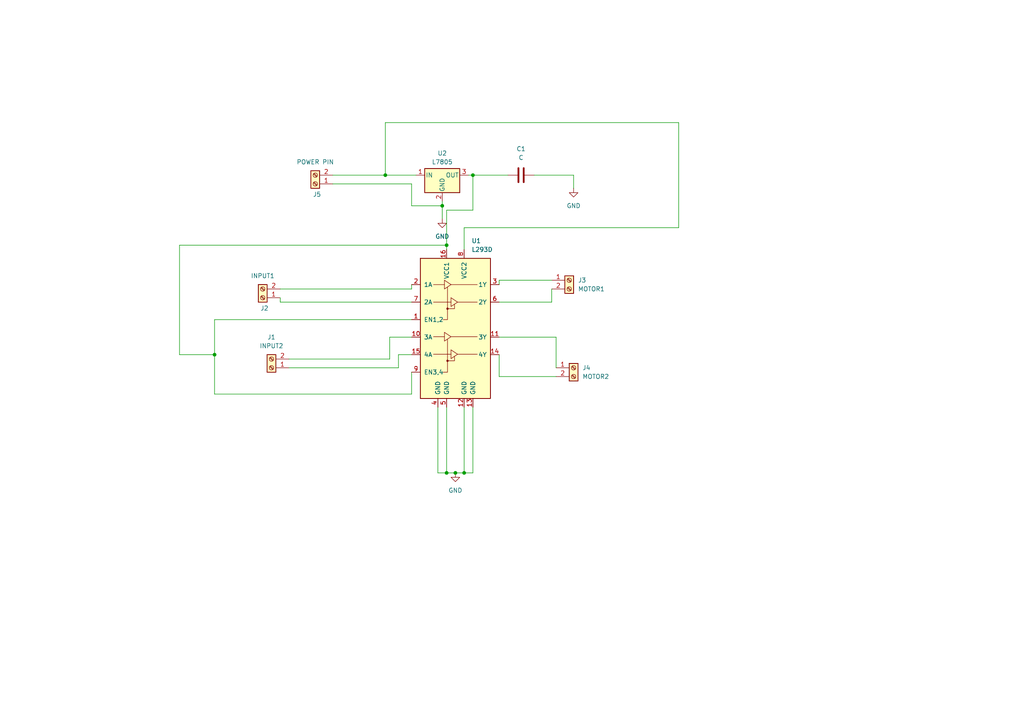
<source format=kicad_sch>
(kicad_sch
	(version 20250114)
	(generator "eeschema")
	(generator_version "9.0")
	(uuid "435937f8-9c56-4477-804b-21dbd2ee1877")
	(paper "A4")
	(lib_symbols
		(symbol "Connector:Screw_Terminal_01x02"
			(pin_names
				(offset 1.016)
				(hide yes)
			)
			(exclude_from_sim no)
			(in_bom yes)
			(on_board yes)
			(property "Reference" "J"
				(at 0 2.54 0)
				(effects
					(font
						(size 1.27 1.27)
					)
				)
			)
			(property "Value" "Screw_Terminal_01x02"
				(at 0 -5.08 0)
				(effects
					(font
						(size 1.27 1.27)
					)
				)
			)
			(property "Footprint" ""
				(at 0 0 0)
				(effects
					(font
						(size 1.27 1.27)
					)
					(hide yes)
				)
			)
			(property "Datasheet" "~"
				(at 0 0 0)
				(effects
					(font
						(size 1.27 1.27)
					)
					(hide yes)
				)
			)
			(property "Description" "Generic screw terminal, single row, 01x02, script generated (kicad-library-utils/schlib/autogen/connector/)"
				(at 0 0 0)
				(effects
					(font
						(size 1.27 1.27)
					)
					(hide yes)
				)
			)
			(property "ki_keywords" "screw terminal"
				(at 0 0 0)
				(effects
					(font
						(size 1.27 1.27)
					)
					(hide yes)
				)
			)
			(property "ki_fp_filters" "TerminalBlock*:*"
				(at 0 0 0)
				(effects
					(font
						(size 1.27 1.27)
					)
					(hide yes)
				)
			)
			(symbol "Screw_Terminal_01x02_1_1"
				(rectangle
					(start -1.27 1.27)
					(end 1.27 -3.81)
					(stroke
						(width 0.254)
						(type default)
					)
					(fill
						(type background)
					)
				)
				(polyline
					(pts
						(xy -0.5334 0.3302) (xy 0.3302 -0.508)
					)
					(stroke
						(width 0.1524)
						(type default)
					)
					(fill
						(type none)
					)
				)
				(polyline
					(pts
						(xy -0.5334 -2.2098) (xy 0.3302 -3.048)
					)
					(stroke
						(width 0.1524)
						(type default)
					)
					(fill
						(type none)
					)
				)
				(polyline
					(pts
						(xy -0.3556 0.508) (xy 0.508 -0.3302)
					)
					(stroke
						(width 0.1524)
						(type default)
					)
					(fill
						(type none)
					)
				)
				(polyline
					(pts
						(xy -0.3556 -2.032) (xy 0.508 -2.8702)
					)
					(stroke
						(width 0.1524)
						(type default)
					)
					(fill
						(type none)
					)
				)
				(circle
					(center 0 0)
					(radius 0.635)
					(stroke
						(width 0.1524)
						(type default)
					)
					(fill
						(type none)
					)
				)
				(circle
					(center 0 -2.54)
					(radius 0.635)
					(stroke
						(width 0.1524)
						(type default)
					)
					(fill
						(type none)
					)
				)
				(pin passive line
					(at -5.08 0 0)
					(length 3.81)
					(name "Pin_1"
						(effects
							(font
								(size 1.27 1.27)
							)
						)
					)
					(number "1"
						(effects
							(font
								(size 1.27 1.27)
							)
						)
					)
				)
				(pin passive line
					(at -5.08 -2.54 0)
					(length 3.81)
					(name "Pin_2"
						(effects
							(font
								(size 1.27 1.27)
							)
						)
					)
					(number "2"
						(effects
							(font
								(size 1.27 1.27)
							)
						)
					)
				)
			)
			(embedded_fonts no)
		)
		(symbol "Device:C"
			(pin_numbers
				(hide yes)
			)
			(pin_names
				(offset 0.254)
			)
			(exclude_from_sim no)
			(in_bom yes)
			(on_board yes)
			(property "Reference" "C"
				(at 0.635 2.54 0)
				(effects
					(font
						(size 1.27 1.27)
					)
					(justify left)
				)
			)
			(property "Value" "C"
				(at 0.635 -2.54 0)
				(effects
					(font
						(size 1.27 1.27)
					)
					(justify left)
				)
			)
			(property "Footprint" ""
				(at 0.9652 -3.81 0)
				(effects
					(font
						(size 1.27 1.27)
					)
					(hide yes)
				)
			)
			(property "Datasheet" "~"
				(at 0 0 0)
				(effects
					(font
						(size 1.27 1.27)
					)
					(hide yes)
				)
			)
			(property "Description" "Unpolarized capacitor"
				(at 0 0 0)
				(effects
					(font
						(size 1.27 1.27)
					)
					(hide yes)
				)
			)
			(property "ki_keywords" "cap capacitor"
				(at 0 0 0)
				(effects
					(font
						(size 1.27 1.27)
					)
					(hide yes)
				)
			)
			(property "ki_fp_filters" "C_*"
				(at 0 0 0)
				(effects
					(font
						(size 1.27 1.27)
					)
					(hide yes)
				)
			)
			(symbol "C_0_1"
				(polyline
					(pts
						(xy -2.032 0.762) (xy 2.032 0.762)
					)
					(stroke
						(width 0.508)
						(type default)
					)
					(fill
						(type none)
					)
				)
				(polyline
					(pts
						(xy -2.032 -0.762) (xy 2.032 -0.762)
					)
					(stroke
						(width 0.508)
						(type default)
					)
					(fill
						(type none)
					)
				)
			)
			(symbol "C_1_1"
				(pin passive line
					(at 0 3.81 270)
					(length 2.794)
					(name "~"
						(effects
							(font
								(size 1.27 1.27)
							)
						)
					)
					(number "1"
						(effects
							(font
								(size 1.27 1.27)
							)
						)
					)
				)
				(pin passive line
					(at 0 -3.81 90)
					(length 2.794)
					(name "~"
						(effects
							(font
								(size 1.27 1.27)
							)
						)
					)
					(number "2"
						(effects
							(font
								(size 1.27 1.27)
							)
						)
					)
				)
			)
			(embedded_fonts no)
		)
		(symbol "Driver_Motor:L293D"
			(pin_names
				(offset 1.016)
			)
			(exclude_from_sim no)
			(in_bom yes)
			(on_board yes)
			(property "Reference" "U"
				(at -5.08 26.035 0)
				(effects
					(font
						(size 1.27 1.27)
					)
					(justify right)
				)
			)
			(property "Value" "L293D"
				(at -5.08 24.13 0)
				(effects
					(font
						(size 1.27 1.27)
					)
					(justify right)
				)
			)
			(property "Footprint" "Package_DIP:DIP-16_W7.62mm"
				(at 6.35 -19.05 0)
				(effects
					(font
						(size 1.27 1.27)
					)
					(justify left)
					(hide yes)
				)
			)
			(property "Datasheet" "http://www.ti.com/lit/ds/symlink/l293.pdf"
				(at -7.62 17.78 0)
				(effects
					(font
						(size 1.27 1.27)
					)
					(hide yes)
				)
			)
			(property "Description" "Quadruple Half-H Drivers"
				(at 0 0 0)
				(effects
					(font
						(size 1.27 1.27)
					)
					(hide yes)
				)
			)
			(property "ki_keywords" "Half-H Driver Motor"
				(at 0 0 0)
				(effects
					(font
						(size 1.27 1.27)
					)
					(hide yes)
				)
			)
			(property "ki_fp_filters" "DIP*W7.62mm*"
				(at 0 0 0)
				(effects
					(font
						(size 1.27 1.27)
					)
					(hide yes)
				)
			)
			(symbol "L293D_0_1"
				(rectangle
					(start -10.16 22.86)
					(end 10.16 -17.78)
					(stroke
						(width 0.254)
						(type default)
					)
					(fill
						(type background)
					)
				)
				(polyline
					(pts
						(xy -6.35 15.24) (xy -3.175 15.24)
					)
					(stroke
						(width 0)
						(type default)
					)
					(fill
						(type none)
					)
				)
				(polyline
					(pts
						(xy -6.35 10.16) (xy -1.27 10.16)
					)
					(stroke
						(width 0)
						(type default)
					)
					(fill
						(type none)
					)
				)
				(polyline
					(pts
						(xy -6.35 0.127) (xy -3.175 0.127)
					)
					(stroke
						(width 0)
						(type default)
					)
					(fill
						(type none)
					)
				)
				(polyline
					(pts
						(xy -6.35 -4.953) (xy -1.27 -4.953)
					)
					(stroke
						(width 0)
						(type default)
					)
					(fill
						(type none)
					)
				)
				(polyline
					(pts
						(xy -3.175 16.51) (xy -3.175 13.97) (xy -1.27 15.24) (xy -3.175 16.51)
					)
					(stroke
						(width 0)
						(type default)
					)
					(fill
						(type none)
					)
				)
				(polyline
					(pts
						(xy -3.175 1.397) (xy -3.175 -1.143) (xy -1.27 0.127) (xy -3.175 1.397)
					)
					(stroke
						(width 0)
						(type default)
					)
					(fill
						(type none)
					)
				)
				(polyline
					(pts
						(xy -2.286 14.478) (xy -2.286 5.08) (xy -3.556 5.08)
					)
					(stroke
						(width 0)
						(type default)
					)
					(fill
						(type none)
					)
				)
				(circle
					(center -2.286 8.255)
					(radius 0.254)
					(stroke
						(width 0)
						(type default)
					)
					(fill
						(type outline)
					)
				)
				(polyline
					(pts
						(xy -2.286 8.255) (xy -0.254 8.255) (xy -0.254 9.525)
					)
					(stroke
						(width 0)
						(type default)
					)
					(fill
						(type none)
					)
				)
				(polyline
					(pts
						(xy -2.286 -0.635) (xy -2.286 -10.16) (xy -3.556 -10.16)
					)
					(stroke
						(width 0)
						(type default)
					)
					(fill
						(type none)
					)
				)
				(circle
					(center -2.286 -6.858)
					(radius 0.254)
					(stroke
						(width 0)
						(type default)
					)
					(fill
						(type outline)
					)
				)
				(polyline
					(pts
						(xy -2.286 -6.858) (xy -0.254 -6.858) (xy -0.254 -5.588)
					)
					(stroke
						(width 0)
						(type default)
					)
					(fill
						(type none)
					)
				)
				(polyline
					(pts
						(xy -1.27 15.24) (xy 6.35 15.24)
					)
					(stroke
						(width 0)
						(type default)
					)
					(fill
						(type none)
					)
				)
				(polyline
					(pts
						(xy -1.27 11.43) (xy -1.27 8.89) (xy 0.635 10.16) (xy -1.27 11.43)
					)
					(stroke
						(width 0)
						(type default)
					)
					(fill
						(type none)
					)
				)
				(polyline
					(pts
						(xy -1.27 0.127) (xy 6.35 0.127)
					)
					(stroke
						(width 0)
						(type default)
					)
					(fill
						(type none)
					)
				)
				(polyline
					(pts
						(xy -1.27 -3.683) (xy -1.27 -6.223) (xy 0.635 -4.953) (xy -1.27 -3.683)
					)
					(stroke
						(width 0)
						(type default)
					)
					(fill
						(type none)
					)
				)
				(polyline
					(pts
						(xy 0.635 10.16) (xy 6.35 10.16)
					)
					(stroke
						(width 0)
						(type default)
					)
					(fill
						(type none)
					)
				)
				(polyline
					(pts
						(xy 0.635 -4.953) (xy 6.35 -4.953)
					)
					(stroke
						(width 0)
						(type default)
					)
					(fill
						(type none)
					)
				)
			)
			(symbol "L293D_1_1"
				(pin input line
					(at -12.7 15.24 0)
					(length 2.54)
					(name "1A"
						(effects
							(font
								(size 1.27 1.27)
							)
						)
					)
					(number "2"
						(effects
							(font
								(size 1.27 1.27)
							)
						)
					)
				)
				(pin input line
					(at -12.7 10.16 0)
					(length 2.54)
					(name "2A"
						(effects
							(font
								(size 1.27 1.27)
							)
						)
					)
					(number "7"
						(effects
							(font
								(size 1.27 1.27)
							)
						)
					)
				)
				(pin input line
					(at -12.7 5.08 0)
					(length 2.54)
					(name "EN1,2"
						(effects
							(font
								(size 1.27 1.27)
							)
						)
					)
					(number "1"
						(effects
							(font
								(size 1.27 1.27)
							)
						)
					)
				)
				(pin input line
					(at -12.7 0 0)
					(length 2.54)
					(name "3A"
						(effects
							(font
								(size 1.27 1.27)
							)
						)
					)
					(number "10"
						(effects
							(font
								(size 1.27 1.27)
							)
						)
					)
				)
				(pin input line
					(at -12.7 -5.08 0)
					(length 2.54)
					(name "4A"
						(effects
							(font
								(size 1.27 1.27)
							)
						)
					)
					(number "15"
						(effects
							(font
								(size 1.27 1.27)
							)
						)
					)
				)
				(pin input line
					(at -12.7 -10.16 0)
					(length 2.54)
					(name "EN3,4"
						(effects
							(font
								(size 1.27 1.27)
							)
						)
					)
					(number "9"
						(effects
							(font
								(size 1.27 1.27)
							)
						)
					)
				)
				(pin power_in line
					(at -5.08 -20.32 90)
					(length 2.54)
					(name "GND"
						(effects
							(font
								(size 1.27 1.27)
							)
						)
					)
					(number "4"
						(effects
							(font
								(size 1.27 1.27)
							)
						)
					)
				)
				(pin power_in line
					(at -2.54 25.4 270)
					(length 2.54)
					(name "VCC1"
						(effects
							(font
								(size 1.27 1.27)
							)
						)
					)
					(number "16"
						(effects
							(font
								(size 1.27 1.27)
							)
						)
					)
				)
				(pin power_in line
					(at -2.54 -20.32 90)
					(length 2.54)
					(name "GND"
						(effects
							(font
								(size 1.27 1.27)
							)
						)
					)
					(number "5"
						(effects
							(font
								(size 1.27 1.27)
							)
						)
					)
				)
				(pin power_in line
					(at 2.54 25.4 270)
					(length 2.54)
					(name "VCC2"
						(effects
							(font
								(size 1.27 1.27)
							)
						)
					)
					(number "8"
						(effects
							(font
								(size 1.27 1.27)
							)
						)
					)
				)
				(pin power_in line
					(at 2.54 -20.32 90)
					(length 2.54)
					(name "GND"
						(effects
							(font
								(size 1.27 1.27)
							)
						)
					)
					(number "12"
						(effects
							(font
								(size 1.27 1.27)
							)
						)
					)
				)
				(pin power_in line
					(at 5.08 -20.32 90)
					(length 2.54)
					(name "GND"
						(effects
							(font
								(size 1.27 1.27)
							)
						)
					)
					(number "13"
						(effects
							(font
								(size 1.27 1.27)
							)
						)
					)
				)
				(pin output line
					(at 12.7 15.24 180)
					(length 2.54)
					(name "1Y"
						(effects
							(font
								(size 1.27 1.27)
							)
						)
					)
					(number "3"
						(effects
							(font
								(size 1.27 1.27)
							)
						)
					)
				)
				(pin output line
					(at 12.7 10.16 180)
					(length 2.54)
					(name "2Y"
						(effects
							(font
								(size 1.27 1.27)
							)
						)
					)
					(number "6"
						(effects
							(font
								(size 1.27 1.27)
							)
						)
					)
				)
				(pin output line
					(at 12.7 0 180)
					(length 2.54)
					(name "3Y"
						(effects
							(font
								(size 1.27 1.27)
							)
						)
					)
					(number "11"
						(effects
							(font
								(size 1.27 1.27)
							)
						)
					)
				)
				(pin output line
					(at 12.7 -5.08 180)
					(length 2.54)
					(name "4Y"
						(effects
							(font
								(size 1.27 1.27)
							)
						)
					)
					(number "14"
						(effects
							(font
								(size 1.27 1.27)
							)
						)
					)
				)
			)
			(embedded_fonts no)
		)
		(symbol "Regulator_Linear:L7805"
			(pin_names
				(offset 0.254)
			)
			(exclude_from_sim no)
			(in_bom yes)
			(on_board yes)
			(property "Reference" "U"
				(at -3.81 3.175 0)
				(effects
					(font
						(size 1.27 1.27)
					)
				)
			)
			(property "Value" "L7805"
				(at 0 3.175 0)
				(effects
					(font
						(size 1.27 1.27)
					)
					(justify left)
				)
			)
			(property "Footprint" ""
				(at 0.635 -3.81 0)
				(effects
					(font
						(size 1.27 1.27)
						(italic yes)
					)
					(justify left)
					(hide yes)
				)
			)
			(property "Datasheet" "http://www.st.com/content/ccc/resource/technical/document/datasheet/41/4f/b3/b0/12/d4/47/88/CD00000444.pdf/files/CD00000444.pdf/jcr:content/translations/en.CD00000444.pdf"
				(at 0 -1.27 0)
				(effects
					(font
						(size 1.27 1.27)
					)
					(hide yes)
				)
			)
			(property "Description" "Positive 1.5A 35V Linear Regulator, Fixed Output 5V, TO-220/TO-263/TO-252"
				(at 0 0 0)
				(effects
					(font
						(size 1.27 1.27)
					)
					(hide yes)
				)
			)
			(property "ki_keywords" "Voltage Regulator 1.5A Positive"
				(at 0 0 0)
				(effects
					(font
						(size 1.27 1.27)
					)
					(hide yes)
				)
			)
			(property "ki_fp_filters" "TO?252* TO?263* TO?220*"
				(at 0 0 0)
				(effects
					(font
						(size 1.27 1.27)
					)
					(hide yes)
				)
			)
			(symbol "L7805_0_1"
				(rectangle
					(start -5.08 1.905)
					(end 5.08 -5.08)
					(stroke
						(width 0.254)
						(type default)
					)
					(fill
						(type background)
					)
				)
			)
			(symbol "L7805_1_1"
				(pin power_in line
					(at -7.62 0 0)
					(length 2.54)
					(name "IN"
						(effects
							(font
								(size 1.27 1.27)
							)
						)
					)
					(number "1"
						(effects
							(font
								(size 1.27 1.27)
							)
						)
					)
				)
				(pin power_in line
					(at 0 -7.62 90)
					(length 2.54)
					(name "GND"
						(effects
							(font
								(size 1.27 1.27)
							)
						)
					)
					(number "2"
						(effects
							(font
								(size 1.27 1.27)
							)
						)
					)
				)
				(pin power_out line
					(at 7.62 0 180)
					(length 2.54)
					(name "OUT"
						(effects
							(font
								(size 1.27 1.27)
							)
						)
					)
					(number "3"
						(effects
							(font
								(size 1.27 1.27)
							)
						)
					)
				)
			)
			(embedded_fonts no)
		)
		(symbol "power:GND"
			(power)
			(pin_numbers
				(hide yes)
			)
			(pin_names
				(offset 0)
				(hide yes)
			)
			(exclude_from_sim no)
			(in_bom yes)
			(on_board yes)
			(property "Reference" "#PWR"
				(at 0 -6.35 0)
				(effects
					(font
						(size 1.27 1.27)
					)
					(hide yes)
				)
			)
			(property "Value" "GND"
				(at 0 -3.81 0)
				(effects
					(font
						(size 1.27 1.27)
					)
				)
			)
			(property "Footprint" ""
				(at 0 0 0)
				(effects
					(font
						(size 1.27 1.27)
					)
					(hide yes)
				)
			)
			(property "Datasheet" ""
				(at 0 0 0)
				(effects
					(font
						(size 1.27 1.27)
					)
					(hide yes)
				)
			)
			(property "Description" "Power symbol creates a global label with name \"GND\" , ground"
				(at 0 0 0)
				(effects
					(font
						(size 1.27 1.27)
					)
					(hide yes)
				)
			)
			(property "ki_keywords" "global power"
				(at 0 0 0)
				(effects
					(font
						(size 1.27 1.27)
					)
					(hide yes)
				)
			)
			(symbol "GND_0_1"
				(polyline
					(pts
						(xy 0 0) (xy 0 -1.27) (xy 1.27 -1.27) (xy 0 -2.54) (xy -1.27 -1.27) (xy 0 -1.27)
					)
					(stroke
						(width 0)
						(type default)
					)
					(fill
						(type none)
					)
				)
			)
			(symbol "GND_1_1"
				(pin power_in line
					(at 0 0 270)
					(length 0)
					(name "~"
						(effects
							(font
								(size 1.27 1.27)
							)
						)
					)
					(number "1"
						(effects
							(font
								(size 1.27 1.27)
							)
						)
					)
				)
			)
			(embedded_fonts no)
		)
	)
	(junction
		(at 62.23 102.87)
		(diameter 0)
		(color 0 0 0 0)
		(uuid "00987bec-a311-409a-85d7-e935698874d4")
	)
	(junction
		(at 111.76 50.8)
		(diameter 0)
		(color 0 0 0 0)
		(uuid "2ea17d7e-9602-4195-bae9-b134541c5cea")
	)
	(junction
		(at 132.08 137.16)
		(diameter 0)
		(color 0 0 0 0)
		(uuid "4d663873-0127-4d76-885f-4d67ecea6f7b")
	)
	(junction
		(at 129.54 71.12)
		(diameter 0)
		(color 0 0 0 0)
		(uuid "6af28e68-af47-4974-b004-e1bcd736f779")
	)
	(junction
		(at 134.62 137.16)
		(diameter 0)
		(color 0 0 0 0)
		(uuid "812cb271-0975-4f80-b791-28af13bfa8f2")
	)
	(junction
		(at 137.16 50.8)
		(diameter 0)
		(color 0 0 0 0)
		(uuid "bbd81151-ac71-43aa-a4b5-8c8ef7433b43")
	)
	(junction
		(at 128.27 59.69)
		(diameter 0)
		(color 0 0 0 0)
		(uuid "ee4f7586-e682-4b87-bc98-0978288cb5c1")
	)
	(junction
		(at 129.54 137.16)
		(diameter 0)
		(color 0 0 0 0)
		(uuid "fec00548-e39b-4a88-a1ca-0bafc176a133")
	)
	(wire
		(pts
			(xy 144.78 109.22) (xy 144.78 102.87)
		)
		(stroke
			(width 0)
			(type default)
		)
		(uuid "063472be-213b-4cde-bdaf-9cd80369df66")
	)
	(wire
		(pts
			(xy 119.38 87.63) (xy 81.28 87.63)
		)
		(stroke
			(width 0)
			(type default)
		)
		(uuid "0a6ed966-dfe6-4758-a6ec-af836caa500d")
	)
	(wire
		(pts
			(xy 135.89 50.8) (xy 137.16 50.8)
		)
		(stroke
			(width 0)
			(type default)
		)
		(uuid "0b364582-9468-4a09-a458-0ac8fba52ee3")
	)
	(wire
		(pts
			(xy 137.16 50.8) (xy 147.32 50.8)
		)
		(stroke
			(width 0)
			(type default)
		)
		(uuid "126cfb6c-5502-4c0b-9497-52fdb4a779e6")
	)
	(wire
		(pts
			(xy 137.16 60.96) (xy 129.54 60.96)
		)
		(stroke
			(width 0)
			(type default)
		)
		(uuid "12d91e58-e185-434d-b05b-14836c2e3acc")
	)
	(wire
		(pts
			(xy 160.02 81.28) (xy 144.78 81.28)
		)
		(stroke
			(width 0)
			(type default)
		)
		(uuid "18d60fa2-cbac-4083-8aa4-a8d8294dd97d")
	)
	(wire
		(pts
			(xy 96.52 53.34) (xy 119.38 53.34)
		)
		(stroke
			(width 0)
			(type default)
		)
		(uuid "1bfd0d00-65e9-410e-816b-6b69cc8066a4")
	)
	(wire
		(pts
			(xy 166.37 50.8) (xy 166.37 54.61)
		)
		(stroke
			(width 0)
			(type default)
		)
		(uuid "207db487-85a6-45a5-93ae-c169e8bc4480")
	)
	(wire
		(pts
			(xy 113.03 97.79) (xy 119.38 97.79)
		)
		(stroke
			(width 0)
			(type default)
		)
		(uuid "22ee3c15-e7a5-49a5-9ad6-2c1082281a1b")
	)
	(wire
		(pts
			(xy 129.54 118.11) (xy 129.54 137.16)
		)
		(stroke
			(width 0)
			(type default)
		)
		(uuid "2a15379a-348d-4250-b39c-d15eb9a00c4f")
	)
	(wire
		(pts
			(xy 137.16 50.8) (xy 137.16 60.96)
		)
		(stroke
			(width 0)
			(type default)
		)
		(uuid "2a1947fc-6f43-4bc7-84d0-4f3b3a5fdbbc")
	)
	(wire
		(pts
			(xy 132.08 137.16) (xy 134.62 137.16)
		)
		(stroke
			(width 0)
			(type default)
		)
		(uuid "2ac18e6c-29c3-48a1-b674-74a9b37e5f56")
	)
	(wire
		(pts
			(xy 196.85 35.56) (xy 196.85 66.04)
		)
		(stroke
			(width 0)
			(type default)
		)
		(uuid "2e95d340-d731-4c93-8af8-60a2980280d8")
	)
	(wire
		(pts
			(xy 83.82 104.14) (xy 113.03 104.14)
		)
		(stroke
			(width 0)
			(type default)
		)
		(uuid "32de240b-4b1f-4966-97f6-51292d3f1cf1")
	)
	(wire
		(pts
			(xy 111.76 50.8) (xy 111.76 35.56)
		)
		(stroke
			(width 0)
			(type default)
		)
		(uuid "330539e9-72a8-4a08-a0c1-c9f173bfa797")
	)
	(wire
		(pts
			(xy 52.07 102.87) (xy 52.07 71.12)
		)
		(stroke
			(width 0)
			(type default)
		)
		(uuid "3773ffcf-ce32-40fe-819e-c0bbfcbd966d")
	)
	(wire
		(pts
			(xy 113.03 104.14) (xy 113.03 97.79)
		)
		(stroke
			(width 0)
			(type default)
		)
		(uuid "37aeb1e4-bf90-4c61-b1bf-65b8747061bd")
	)
	(wire
		(pts
			(xy 119.38 59.69) (xy 128.27 59.69)
		)
		(stroke
			(width 0)
			(type default)
		)
		(uuid "39fd1794-647f-4d61-968b-3952378327a6")
	)
	(wire
		(pts
			(xy 154.94 50.8) (xy 166.37 50.8)
		)
		(stroke
			(width 0)
			(type default)
		)
		(uuid "490e7e99-0ca2-4217-a8b4-6623a072fe66")
	)
	(wire
		(pts
			(xy 119.38 83.82) (xy 119.38 82.55)
		)
		(stroke
			(width 0)
			(type default)
		)
		(uuid "4dfde141-33b3-4774-9150-3c48b8d92889")
	)
	(wire
		(pts
			(xy 128.27 59.69) (xy 128.27 63.5)
		)
		(stroke
			(width 0)
			(type default)
		)
		(uuid "56a56131-1490-482f-9c7e-344a083b6e04")
	)
	(wire
		(pts
			(xy 134.62 66.04) (xy 134.62 72.39)
		)
		(stroke
			(width 0)
			(type default)
		)
		(uuid "5efaa0aa-4e8f-42ca-a3ad-3c6c4876373b")
	)
	(wire
		(pts
			(xy 127 118.11) (xy 127 137.16)
		)
		(stroke
			(width 0)
			(type default)
		)
		(uuid "681b6836-b37e-44d9-abdd-2edd763b9ad5")
	)
	(wire
		(pts
			(xy 160.02 87.63) (xy 144.78 87.63)
		)
		(stroke
			(width 0)
			(type default)
		)
		(uuid "6ec972f9-005f-40db-814e-243a5dad3291")
	)
	(wire
		(pts
			(xy 137.16 137.16) (xy 137.16 118.11)
		)
		(stroke
			(width 0)
			(type default)
		)
		(uuid "70809586-1168-43cf-8076-ead10d2ff5ee")
	)
	(wire
		(pts
			(xy 129.54 137.16) (xy 132.08 137.16)
		)
		(stroke
			(width 0)
			(type default)
		)
		(uuid "73c6d47a-7a12-4e76-a56c-e6ce70af9497")
	)
	(wire
		(pts
			(xy 134.62 137.16) (xy 137.16 137.16)
		)
		(stroke
			(width 0)
			(type default)
		)
		(uuid "7a2b0c60-eeaa-4f37-a5b2-48a582da512f")
	)
	(wire
		(pts
			(xy 62.23 114.3) (xy 119.38 114.3)
		)
		(stroke
			(width 0)
			(type default)
		)
		(uuid "7a98282f-9111-423b-a5b6-d87d9f029b13")
	)
	(wire
		(pts
			(xy 129.54 71.12) (xy 129.54 72.39)
		)
		(stroke
			(width 0)
			(type default)
		)
		(uuid "7ba317d9-2cfa-447b-84f0-25d131c8d7d5")
	)
	(wire
		(pts
			(xy 161.29 109.22) (xy 144.78 109.22)
		)
		(stroke
			(width 0)
			(type default)
		)
		(uuid "7d8ff944-c384-4e9d-8fa2-6247d0c4fbe0")
	)
	(wire
		(pts
			(xy 119.38 107.95) (xy 119.38 114.3)
		)
		(stroke
			(width 0)
			(type default)
		)
		(uuid "8342eaa9-f823-4b4e-a961-225553980946")
	)
	(wire
		(pts
			(xy 111.76 50.8) (xy 120.65 50.8)
		)
		(stroke
			(width 0)
			(type default)
		)
		(uuid "8eb8c5e3-a5f9-4489-99ef-ea3977d2f733")
	)
	(wire
		(pts
			(xy 115.57 106.68) (xy 115.57 102.87)
		)
		(stroke
			(width 0)
			(type default)
		)
		(uuid "9646780c-70f4-4b13-ab8c-e0a502a34a17")
	)
	(wire
		(pts
			(xy 127 137.16) (xy 129.54 137.16)
		)
		(stroke
			(width 0)
			(type default)
		)
		(uuid "98f461a0-a3d7-4b63-86a8-ff96797eb4f4")
	)
	(wire
		(pts
			(xy 62.23 102.87) (xy 52.07 102.87)
		)
		(stroke
			(width 0)
			(type default)
		)
		(uuid "9a23e25c-4f1e-49c3-954e-47aba5b755ef")
	)
	(wire
		(pts
			(xy 144.78 81.28) (xy 144.78 82.55)
		)
		(stroke
			(width 0)
			(type default)
		)
		(uuid "9c065bc9-83bd-4e28-9861-8cba95d8e632")
	)
	(wire
		(pts
			(xy 134.62 118.11) (xy 134.62 137.16)
		)
		(stroke
			(width 0)
			(type default)
		)
		(uuid "a004e7b5-2b95-4eb0-ade3-877d9a166dcb")
	)
	(wire
		(pts
			(xy 161.29 106.68) (xy 161.29 97.79)
		)
		(stroke
			(width 0)
			(type default)
		)
		(uuid "a5388025-200b-4987-ad66-2a437afb6923")
	)
	(wire
		(pts
			(xy 111.76 35.56) (xy 196.85 35.56)
		)
		(stroke
			(width 0)
			(type default)
		)
		(uuid "a5947507-4256-4f82-8492-afc232e73e67")
	)
	(wire
		(pts
			(xy 119.38 92.71) (xy 62.23 92.71)
		)
		(stroke
			(width 0)
			(type default)
		)
		(uuid "a7c66d8f-c580-4c35-a4bf-41bf0bf51872")
	)
	(wire
		(pts
			(xy 96.52 50.8) (xy 111.76 50.8)
		)
		(stroke
			(width 0)
			(type default)
		)
		(uuid "ae47b1ec-98ae-48e5-8cb0-173806b4c82c")
	)
	(wire
		(pts
			(xy 129.54 60.96) (xy 129.54 71.12)
		)
		(stroke
			(width 0)
			(type default)
		)
		(uuid "af4504ce-fc6d-4b95-988e-3a04d02e665b")
	)
	(wire
		(pts
			(xy 161.29 97.79) (xy 144.78 97.79)
		)
		(stroke
			(width 0)
			(type default)
		)
		(uuid "b4e0de7d-1095-41db-9e0f-c1f160e8c739")
	)
	(wire
		(pts
			(xy 62.23 92.71) (xy 62.23 102.87)
		)
		(stroke
			(width 0)
			(type default)
		)
		(uuid "b76a9a95-9408-4001-9efe-888f17ce2738")
	)
	(wire
		(pts
			(xy 83.82 106.68) (xy 115.57 106.68)
		)
		(stroke
			(width 0)
			(type default)
		)
		(uuid "ba5f23eb-c0bc-447e-a4ed-b504487a06bf")
	)
	(wire
		(pts
			(xy 115.57 102.87) (xy 119.38 102.87)
		)
		(stroke
			(width 0)
			(type default)
		)
		(uuid "c0fe8b1d-f2a3-4774-b42b-bf0d5eb6eae1")
	)
	(wire
		(pts
			(xy 62.23 102.87) (xy 62.23 114.3)
		)
		(stroke
			(width 0)
			(type default)
		)
		(uuid "cc517ebd-196c-400d-9f70-8fb63f5dc497")
	)
	(wire
		(pts
			(xy 81.28 87.63) (xy 81.28 86.36)
		)
		(stroke
			(width 0)
			(type default)
		)
		(uuid "d82adad8-b060-4167-87bf-cb2e5a411d2e")
	)
	(wire
		(pts
			(xy 160.02 83.82) (xy 160.02 87.63)
		)
		(stroke
			(width 0)
			(type default)
		)
		(uuid "da76b207-bfff-4b56-84dc-6e32d9cee774")
	)
	(wire
		(pts
			(xy 119.38 53.34) (xy 119.38 59.69)
		)
		(stroke
			(width 0)
			(type default)
		)
		(uuid "dbb629a9-0241-481a-b668-070b892d9fbd")
	)
	(wire
		(pts
			(xy 128.27 58.42) (xy 128.27 59.69)
		)
		(stroke
			(width 0)
			(type default)
		)
		(uuid "e01eabc2-d954-4d01-840c-486f5cff6da1")
	)
	(wire
		(pts
			(xy 81.28 83.82) (xy 119.38 83.82)
		)
		(stroke
			(width 0)
			(type default)
		)
		(uuid "e2ee3dc3-c6e6-4513-a7cd-412c15e3646a")
	)
	(wire
		(pts
			(xy 196.85 66.04) (xy 134.62 66.04)
		)
		(stroke
			(width 0)
			(type default)
		)
		(uuid "e30807ad-5bfc-408e-b9d7-2829f3762968")
	)
	(wire
		(pts
			(xy 52.07 71.12) (xy 129.54 71.12)
		)
		(stroke
			(width 0)
			(type default)
		)
		(uuid "ec75f0bd-b772-4ac1-9eec-ba12410658a0")
	)
	(symbol
		(lib_id "power:GND")
		(at 166.37 54.61 0)
		(unit 1)
		(exclude_from_sim no)
		(in_bom yes)
		(on_board yes)
		(dnp no)
		(fields_autoplaced yes)
		(uuid "3747e598-b5d9-49ea-b675-f1ed7b4a245f")
		(property "Reference" "#PWR02"
			(at 166.37 60.96 0)
			(effects
				(font
					(size 1.27 1.27)
				)
				(hide yes)
			)
		)
		(property "Value" "GND"
			(at 166.37 59.69 0)
			(effects
				(font
					(size 1.27 1.27)
				)
			)
		)
		(property "Footprint" ""
			(at 166.37 54.61 0)
			(effects
				(font
					(size 1.27 1.27)
				)
				(hide yes)
			)
		)
		(property "Datasheet" ""
			(at 166.37 54.61 0)
			(effects
				(font
					(size 1.27 1.27)
				)
				(hide yes)
			)
		)
		(property "Description" "Power symbol creates a global label with name \"GND\" , ground"
			(at 166.37 54.61 0)
			(effects
				(font
					(size 1.27 1.27)
				)
				(hide yes)
			)
		)
		(pin "1"
			(uuid "56940912-9707-4d44-97d2-76a27ce01fab")
		)
		(instances
			(project "motor drive"
				(path "/435937f8-9c56-4477-804b-21dbd2ee1877"
					(reference "#PWR02")
					(unit 1)
				)
			)
		)
	)
	(symbol
		(lib_id "Regulator_Linear:L7805")
		(at 128.27 50.8 0)
		(unit 1)
		(exclude_from_sim no)
		(in_bom yes)
		(on_board yes)
		(dnp no)
		(fields_autoplaced yes)
		(uuid "403e74d7-9c36-474a-9fdc-a87f63225394")
		(property "Reference" "U2"
			(at 128.27 44.45 0)
			(effects
				(font
					(size 1.27 1.27)
				)
			)
		)
		(property "Value" "L7805"
			(at 128.27 46.99 0)
			(effects
				(font
					(size 1.27 1.27)
				)
			)
		)
		(property "Footprint" "Package_TO_SOT_THT:TO-220-3_Vertical"
			(at 128.905 54.61 0)
			(effects
				(font
					(size 1.27 1.27)
					(italic yes)
				)
				(justify left)
				(hide yes)
			)
		)
		(property "Datasheet" "http://www.st.com/content/ccc/resource/technical/document/datasheet/41/4f/b3/b0/12/d4/47/88/CD00000444.pdf/files/CD00000444.pdf/jcr:content/translations/en.CD00000444.pdf"
			(at 128.27 52.07 0)
			(effects
				(font
					(size 1.27 1.27)
				)
				(hide yes)
			)
		)
		(property "Description" "Positive 1.5A 35V Linear Regulator, Fixed Output 5V, TO-220/TO-263/TO-252"
			(at 128.27 50.8 0)
			(effects
				(font
					(size 1.27 1.27)
				)
				(hide yes)
			)
		)
		(pin "2"
			(uuid "00153990-a6d4-4889-8534-2f0849edb005")
		)
		(pin "1"
			(uuid "493aa9d1-72a9-40bf-814a-b53c640aca1d")
		)
		(pin "3"
			(uuid "b55212b5-c2f2-43ec-a0db-3da0450c3ecc")
		)
		(instances
			(project ""
				(path "/435937f8-9c56-4477-804b-21dbd2ee1877"
					(reference "U2")
					(unit 1)
				)
			)
		)
	)
	(symbol
		(lib_id "power:GND")
		(at 128.27 63.5 0)
		(unit 1)
		(exclude_from_sim no)
		(in_bom yes)
		(on_board yes)
		(dnp no)
		(fields_autoplaced yes)
		(uuid "4cce0a52-24fc-4e6e-8051-728cd58abcab")
		(property "Reference" "#PWR03"
			(at 128.27 69.85 0)
			(effects
				(font
					(size 1.27 1.27)
				)
				(hide yes)
			)
		)
		(property "Value" "GND"
			(at 128.27 68.58 0)
			(effects
				(font
					(size 1.27 1.27)
				)
			)
		)
		(property "Footprint" ""
			(at 128.27 63.5 0)
			(effects
				(font
					(size 1.27 1.27)
				)
				(hide yes)
			)
		)
		(property "Datasheet" ""
			(at 128.27 63.5 0)
			(effects
				(font
					(size 1.27 1.27)
				)
				(hide yes)
			)
		)
		(property "Description" "Power symbol creates a global label with name \"GND\" , ground"
			(at 128.27 63.5 0)
			(effects
				(font
					(size 1.27 1.27)
				)
				(hide yes)
			)
		)
		(pin "1"
			(uuid "0b44928b-04d7-45b3-8314-c3db7b28c2d8")
		)
		(instances
			(project "motor drive"
				(path "/435937f8-9c56-4477-804b-21dbd2ee1877"
					(reference "#PWR03")
					(unit 1)
				)
			)
		)
	)
	(symbol
		(lib_id "Connector:Screw_Terminal_01x02")
		(at 165.1 81.28 0)
		(unit 1)
		(exclude_from_sim no)
		(in_bom yes)
		(on_board yes)
		(dnp no)
		(fields_autoplaced yes)
		(uuid "4f0e5094-74de-431b-bd7f-411ca1ae7e9c")
		(property "Reference" "J3"
			(at 167.64 81.2799 0)
			(effects
				(font
					(size 1.27 1.27)
				)
				(justify left)
			)
		)
		(property "Value" "MOTOR1"
			(at 167.64 83.8199 0)
			(effects
				(font
					(size 1.27 1.27)
				)
				(justify left)
			)
		)
		(property "Footprint" "TerminalBlock:TerminalBlock_bornier-2_P5.08mm"
			(at 165.1 81.28 0)
			(effects
				(font
					(size 1.27 1.27)
				)
				(hide yes)
			)
		)
		(property "Datasheet" "~"
			(at 165.1 81.28 0)
			(effects
				(font
					(size 1.27 1.27)
				)
				(hide yes)
			)
		)
		(property "Description" "Generic screw terminal, single row, 01x02, script generated (kicad-library-utils/schlib/autogen/connector/)"
			(at 165.1 81.28 0)
			(effects
				(font
					(size 1.27 1.27)
				)
				(hide yes)
			)
		)
		(pin "1"
			(uuid "f591258b-4612-40e5-9916-660a67545d63")
		)
		(pin "2"
			(uuid "705eb283-8615-4106-93e7-4a53917893df")
		)
		(instances
			(project "motor drive"
				(path "/435937f8-9c56-4477-804b-21dbd2ee1877"
					(reference "J3")
					(unit 1)
				)
			)
		)
	)
	(symbol
		(lib_id "power:GND")
		(at 132.08 137.16 0)
		(unit 1)
		(exclude_from_sim no)
		(in_bom yes)
		(on_board yes)
		(dnp no)
		(fields_autoplaced yes)
		(uuid "7527f8ec-91be-4001-a8aa-d667903ebf09")
		(property "Reference" "#PWR01"
			(at 132.08 143.51 0)
			(effects
				(font
					(size 1.27 1.27)
				)
				(hide yes)
			)
		)
		(property "Value" "GND"
			(at 132.08 142.24 0)
			(effects
				(font
					(size 1.27 1.27)
				)
			)
		)
		(property "Footprint" ""
			(at 132.08 137.16 0)
			(effects
				(font
					(size 1.27 1.27)
				)
				(hide yes)
			)
		)
		(property "Datasheet" ""
			(at 132.08 137.16 0)
			(effects
				(font
					(size 1.27 1.27)
				)
				(hide yes)
			)
		)
		(property "Description" "Power symbol creates a global label with name \"GND\" , ground"
			(at 132.08 137.16 0)
			(effects
				(font
					(size 1.27 1.27)
				)
				(hide yes)
			)
		)
		(pin "1"
			(uuid "7c965eb2-c287-40f8-97f2-6890395265ed")
		)
		(instances
			(project ""
				(path "/435937f8-9c56-4477-804b-21dbd2ee1877"
					(reference "#PWR01")
					(unit 1)
				)
			)
		)
	)
	(symbol
		(lib_id "Connector:Screw_Terminal_01x02")
		(at 166.37 106.68 0)
		(unit 1)
		(exclude_from_sim no)
		(in_bom yes)
		(on_board yes)
		(dnp no)
		(fields_autoplaced yes)
		(uuid "86a2378d-bcfd-4108-a334-d3226cdf55ef")
		(property "Reference" "J4"
			(at 168.91 106.6799 0)
			(effects
				(font
					(size 1.27 1.27)
				)
				(justify left)
			)
		)
		(property "Value" "MOTOR2"
			(at 168.91 109.2199 0)
			(effects
				(font
					(size 1.27 1.27)
				)
				(justify left)
			)
		)
		(property "Footprint" "TerminalBlock:TerminalBlock_bornier-2_P5.08mm"
			(at 166.37 106.68 0)
			(effects
				(font
					(size 1.27 1.27)
				)
				(hide yes)
			)
		)
		(property "Datasheet" "~"
			(at 166.37 106.68 0)
			(effects
				(font
					(size 1.27 1.27)
				)
				(hide yes)
			)
		)
		(property "Description" "Generic screw terminal, single row, 01x02, script generated (kicad-library-utils/schlib/autogen/connector/)"
			(at 166.37 106.68 0)
			(effects
				(font
					(size 1.27 1.27)
				)
				(hide yes)
			)
		)
		(pin "1"
			(uuid "730449db-435a-41ca-9031-9055089a85ca")
		)
		(pin "2"
			(uuid "3274cb58-e443-491f-b812-da06a00d79f3")
		)
		(instances
			(project "motor drive"
				(path "/435937f8-9c56-4477-804b-21dbd2ee1877"
					(reference "J4")
					(unit 1)
				)
			)
		)
	)
	(symbol
		(lib_id "Connector:Screw_Terminal_01x02")
		(at 78.74 106.68 180)
		(unit 1)
		(exclude_from_sim no)
		(in_bom yes)
		(on_board yes)
		(dnp no)
		(fields_autoplaced yes)
		(uuid "907da5f7-20e2-4422-9327-239bca58ed47")
		(property "Reference" "J1"
			(at 78.74 97.79 0)
			(effects
				(font
					(size 1.27 1.27)
				)
			)
		)
		(property "Value" "INPUT2"
			(at 78.74 100.33 0)
			(effects
				(font
					(size 1.27 1.27)
				)
			)
		)
		(property "Footprint" "TerminalBlock:TerminalBlock_bornier-2_P5.08mm"
			(at 78.74 106.68 0)
			(effects
				(font
					(size 1.27 1.27)
				)
				(hide yes)
			)
		)
		(property "Datasheet" "~"
			(at 78.74 106.68 0)
			(effects
				(font
					(size 1.27 1.27)
				)
				(hide yes)
			)
		)
		(property "Description" "Generic screw terminal, single row, 01x02, script generated (kicad-library-utils/schlib/autogen/connector/)"
			(at 78.74 106.68 0)
			(effects
				(font
					(size 1.27 1.27)
				)
				(hide yes)
			)
		)
		(pin "1"
			(uuid "6b76dc7c-2668-4255-96b2-44b1897ceb04")
		)
		(pin "2"
			(uuid "a2de9537-28ba-44f4-9848-838747b5889c")
		)
		(instances
			(project ""
				(path "/435937f8-9c56-4477-804b-21dbd2ee1877"
					(reference "J1")
					(unit 1)
				)
			)
		)
	)
	(symbol
		(lib_id "Driver_Motor:L293D")
		(at 132.08 97.79 0)
		(unit 1)
		(exclude_from_sim no)
		(in_bom yes)
		(on_board yes)
		(dnp no)
		(fields_autoplaced yes)
		(uuid "a9cc13e0-97da-45d6-b611-17ea62c06723")
		(property "Reference" "U1"
			(at 136.7633 69.85 0)
			(effects
				(font
					(size 1.27 1.27)
				)
				(justify left)
			)
		)
		(property "Value" "L293D"
			(at 136.7633 72.39 0)
			(effects
				(font
					(size 1.27 1.27)
				)
				(justify left)
			)
		)
		(property "Footprint" "Package_DIP:DIP-16_W10.16mm"
			(at 138.43 116.84 0)
			(effects
				(font
					(size 1.27 1.27)
				)
				(justify left)
				(hide yes)
			)
		)
		(property "Datasheet" "http://www.ti.com/lit/ds/symlink/l293.pdf"
			(at 124.46 80.01 0)
			(effects
				(font
					(size 1.27 1.27)
				)
				(hide yes)
			)
		)
		(property "Description" "Quadruple Half-H Drivers"
			(at 132.08 97.79 0)
			(effects
				(font
					(size 1.27 1.27)
				)
				(hide yes)
			)
		)
		(pin "8"
			(uuid "1db83879-72c4-4c73-9647-6b04588aa88c")
		)
		(pin "3"
			(uuid "85d05311-76a7-4e50-82af-1d44218099f3")
		)
		(pin "2"
			(uuid "c5a05b9b-e928-4c28-bb35-f7ec3a3136f8")
		)
		(pin "1"
			(uuid "80593b7d-258d-4fd7-adc9-0ca2526851e5")
		)
		(pin "6"
			(uuid "eee5d069-ba02-47ee-9de9-f8bf1dcb94b8")
		)
		(pin "11"
			(uuid "cf246d8a-4524-4200-b1d9-e96b6192edcf")
		)
		(pin "9"
			(uuid "1283f812-b0c0-40f1-8dde-bfba1dc97c8c")
		)
		(pin "16"
			(uuid "0d1b3a0c-2a52-4d9d-be70-799863fc3ce3")
		)
		(pin "4"
			(uuid "cb55ca4a-c0b7-47ae-aad5-83ecc5dada2d")
		)
		(pin "12"
			(uuid "5957af8c-296f-4e6d-b7bb-f8bb85b59f2b")
		)
		(pin "7"
			(uuid "4ce425b3-c487-4d94-a262-aa07dc1a635c")
		)
		(pin "5"
			(uuid "416a108b-69d3-4a8b-8a1f-06a4404a7304")
		)
		(pin "10"
			(uuid "e3db410e-810d-4739-b15b-fea751369d3e")
		)
		(pin "15"
			(uuid "4127ec02-af5d-4d30-8b84-f74797b64ebf")
		)
		(pin "13"
			(uuid "6af41208-4862-4553-90d8-3b7ec013d4c4")
		)
		(pin "14"
			(uuid "cd92c8f7-7afe-4345-b072-e79f51ebc54a")
		)
		(instances
			(project ""
				(path "/435937f8-9c56-4477-804b-21dbd2ee1877"
					(reference "U1")
					(unit 1)
				)
			)
		)
	)
	(symbol
		(lib_id "Device:C")
		(at 151.13 50.8 90)
		(unit 1)
		(exclude_from_sim no)
		(in_bom yes)
		(on_board yes)
		(dnp no)
		(fields_autoplaced yes)
		(uuid "b70c6a9a-cb37-42c3-8bb5-2f91b12aa6b1")
		(property "Reference" "C1"
			(at 151.13 43.18 90)
			(effects
				(font
					(size 1.27 1.27)
				)
			)
		)
		(property "Value" "C"
			(at 151.13 45.72 90)
			(effects
				(font
					(size 1.27 1.27)
				)
			)
		)
		(property "Footprint" "Capacitor_THT:CP_Radial_D6.3mm_P2.50mm"
			(at 154.94 49.8348 0)
			(effects
				(font
					(size 1.27 1.27)
				)
				(hide yes)
			)
		)
		(property "Datasheet" "~"
			(at 151.13 50.8 0)
			(effects
				(font
					(size 1.27 1.27)
				)
				(hide yes)
			)
		)
		(property "Description" "Unpolarized capacitor"
			(at 151.13 50.8 0)
			(effects
				(font
					(size 1.27 1.27)
				)
				(hide yes)
			)
		)
		(pin "2"
			(uuid "e10e9f36-b6f3-45f4-9aaa-016fb4ec6925")
		)
		(pin "1"
			(uuid "7c306453-e99f-4250-b964-5b688436e741")
		)
		(instances
			(project ""
				(path "/435937f8-9c56-4477-804b-21dbd2ee1877"
					(reference "C1")
					(unit 1)
				)
			)
		)
	)
	(symbol
		(lib_id "Connector:Screw_Terminal_01x02")
		(at 91.44 53.34 180)
		(unit 1)
		(exclude_from_sim no)
		(in_bom yes)
		(on_board yes)
		(dnp no)
		(uuid "b8ff1750-2b7e-4bda-afe5-f26cddcffb90")
		(property "Reference" "J5"
			(at 91.948 56.388 0)
			(effects
				(font
					(size 1.27 1.27)
				)
			)
		)
		(property "Value" "POWER PIN"
			(at 91.44 46.99 0)
			(effects
				(font
					(size 1.27 1.27)
				)
			)
		)
		(property "Footprint" "TerminalBlock:TerminalBlock_bornier-2_P5.08mm"
			(at 91.44 53.34 0)
			(effects
				(font
					(size 1.27 1.27)
				)
				(hide yes)
			)
		)
		(property "Datasheet" "~"
			(at 91.44 53.34 0)
			(effects
				(font
					(size 1.27 1.27)
				)
				(hide yes)
			)
		)
		(property "Description" "Generic screw terminal, single row, 01x02, script generated (kicad-library-utils/schlib/autogen/connector/)"
			(at 91.44 53.34 0)
			(effects
				(font
					(size 1.27 1.27)
				)
				(hide yes)
			)
		)
		(pin "1"
			(uuid "03048b85-06e3-4c81-b070-5ce6cd5d073e")
		)
		(pin "2"
			(uuid "fdd5d0e5-309a-47d5-9318-05101420070f")
		)
		(instances
			(project "motor drive"
				(path "/435937f8-9c56-4477-804b-21dbd2ee1877"
					(reference "J5")
					(unit 1)
				)
			)
		)
	)
	(symbol
		(lib_id "Connector:Screw_Terminal_01x02")
		(at 76.2 86.36 180)
		(unit 1)
		(exclude_from_sim no)
		(in_bom yes)
		(on_board yes)
		(dnp no)
		(uuid "f0bde04b-bf7b-4bd1-b57c-f3d1e18653a6")
		(property "Reference" "J2"
			(at 76.708 89.408 0)
			(effects
				(font
					(size 1.27 1.27)
				)
			)
		)
		(property "Value" "INPUT1"
			(at 76.2 80.01 0)
			(effects
				(font
					(size 1.27 1.27)
				)
			)
		)
		(property "Footprint" "TerminalBlock:TerminalBlock_bornier-2_P5.08mm"
			(at 76.2 86.36 0)
			(effects
				(font
					(size 1.27 1.27)
				)
				(hide yes)
			)
		)
		(property "Datasheet" "~"
			(at 76.2 86.36 0)
			(effects
				(font
					(size 1.27 1.27)
				)
				(hide yes)
			)
		)
		(property "Description" "Generic screw terminal, single row, 01x02, script generated (kicad-library-utils/schlib/autogen/connector/)"
			(at 76.2 86.36 0)
			(effects
				(font
					(size 1.27 1.27)
				)
				(hide yes)
			)
		)
		(pin "1"
			(uuid "5af6759f-13f4-4407-8c19-8f1b5a362463")
		)
		(pin "2"
			(uuid "981d4def-c612-4f71-9fc1-3741f1e8387e")
		)
		(instances
			(project "motor drive"
				(path "/435937f8-9c56-4477-804b-21dbd2ee1877"
					(reference "J2")
					(unit 1)
				)
			)
		)
	)
	(sheet_instances
		(path "/"
			(page "1")
		)
	)
	(embedded_fonts no)
)

</source>
